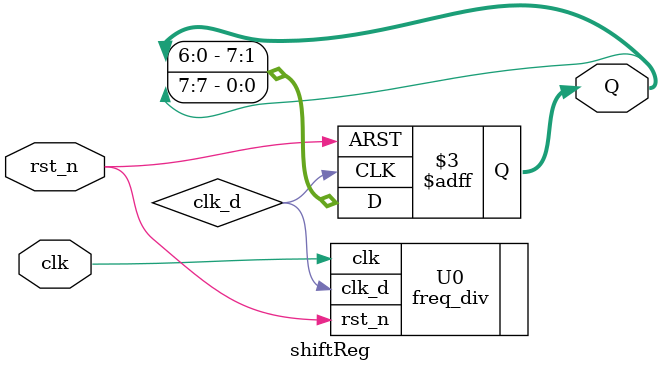
<source format=v>
`timescale 1ns / 1ps
module shiftReg(
    output reg [7:0] Q,
    input clk,
    input rst_n
    );
	 
	 wire	clk_d;
	 
	 freq_div U0(.clk(clk),.rst_n(rst_n),.clk_d(clk_d));
	 always@(posedge clk_d or negedge rst_n)
		if(~rst_n)	Q <= 8'b01010101;
		else	begin Q[1] <= Q[0];
						Q[2] <= Q[1];
						Q[3] <= Q[2];
						Q[4] <= Q[3];
						Q[5] <= Q[4];
						Q[6] <= Q[5];
						Q[7] <= Q[6];
						Q[0] <= Q[7];
		end


endmodule

</source>
